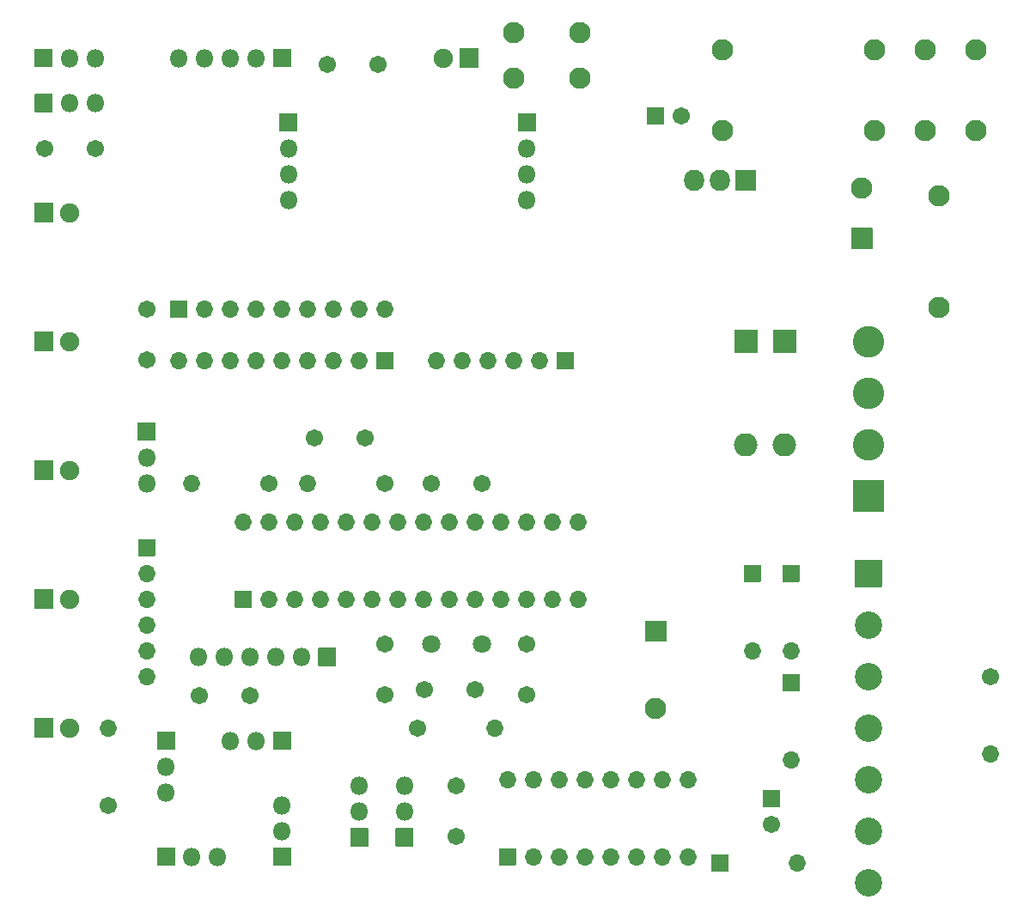
<source format=gbr>
G04 #@! TF.GenerationSoftware,KiCad,Pcbnew,(5.1.9)-1*
G04 #@! TF.CreationDate,2021-03-25T16:08:41-07:00*
G04 #@! TF.ProjectId,DSAMKVIB,4453414d-4b56-4494-922e-6b696361645f,rev?*
G04 #@! TF.SameCoordinates,Original*
G04 #@! TF.FileFunction,Soldermask,Bot*
G04 #@! TF.FilePolarity,Negative*
%FSLAX46Y46*%
G04 Gerber Fmt 4.6, Leading zero omitted, Abs format (unit mm)*
G04 Created by KiCad (PCBNEW (5.1.9)-1) date 2021-03-25 16:08:41*
%MOMM*%
%LPD*%
G01*
G04 APERTURE LIST*
%ADD10C,1.902000*%
%ADD11O,1.802000X1.802000*%
%ADD12O,1.702000X1.702000*%
%ADD13C,1.702000*%
%ADD14C,2.102000*%
%ADD15C,2.702000*%
%ADD16C,1.802000*%
%ADD17O,2.302000X2.302000*%
%ADD18O,2.007000X2.102000*%
%ADD19C,3.102000*%
G04 APERTURE END LIST*
D10*
X102870000Y-84455000D03*
G36*
G01*
X99379000Y-85355000D02*
X99379000Y-83555000D01*
G75*
G02*
X99430000Y-83504000I51000J0D01*
G01*
X101230000Y-83504000D01*
G75*
G02*
X101281000Y-83555000I0J-51000D01*
G01*
X101281000Y-85355000D01*
G75*
G02*
X101230000Y-85406000I-51000J0D01*
G01*
X99430000Y-85406000D01*
G75*
G02*
X99379000Y-85355000I0J51000D01*
G01*
G37*
G36*
G01*
X109589000Y-94195000D02*
X109589000Y-92495000D01*
G75*
G02*
X109640000Y-92444000I51000J0D01*
G01*
X111340000Y-92444000D01*
G75*
G02*
X111391000Y-92495000I0J-51000D01*
G01*
X111391000Y-94195000D01*
G75*
G02*
X111340000Y-94246000I-51000J0D01*
G01*
X109640000Y-94246000D01*
G75*
G02*
X109589000Y-94195000I0J51000D01*
G01*
G37*
D11*
X110490000Y-95885000D03*
X110490000Y-98425000D03*
D12*
X144780000Y-122555000D03*
D13*
X137160000Y-122555000D03*
D11*
X147955000Y-70485000D03*
X147955000Y-67945000D03*
X147955000Y-65405000D03*
G36*
G01*
X147054000Y-63715000D02*
X147054000Y-62015000D01*
G75*
G02*
X147105000Y-61964000I51000J0D01*
G01*
X148805000Y-61964000D01*
G75*
G02*
X148856000Y-62015000I0J-51000D01*
G01*
X148856000Y-63715000D01*
G75*
G02*
X148805000Y-63766000I-51000J0D01*
G01*
X147105000Y-63766000D01*
G75*
G02*
X147054000Y-63715000I0J51000D01*
G01*
G37*
X124460000Y-70485000D03*
X124460000Y-67945000D03*
X124460000Y-65405000D03*
G36*
G01*
X123559000Y-63715000D02*
X123559000Y-62015000D01*
G75*
G02*
X123610000Y-61964000I51000J0D01*
G01*
X125310000Y-61964000D01*
G75*
G02*
X125361000Y-62015000I0J-51000D01*
G01*
X125361000Y-63715000D01*
G75*
G02*
X125310000Y-63766000I-51000J0D01*
G01*
X123610000Y-63766000D01*
G75*
G02*
X123559000Y-63715000I0J51000D01*
G01*
G37*
G36*
G01*
X109690000Y-103924000D02*
X111290000Y-103924000D01*
G75*
G02*
X111341000Y-103975000I0J-51000D01*
G01*
X111341000Y-105575000D01*
G75*
G02*
X111290000Y-105626000I-51000J0D01*
G01*
X109690000Y-105626000D01*
G75*
G02*
X109639000Y-105575000I0J51000D01*
G01*
X109639000Y-103975000D01*
G75*
G02*
X109690000Y-103924000I51000J0D01*
G01*
G37*
D12*
X110490000Y-107315000D03*
X110490000Y-109855000D03*
X110490000Y-112395000D03*
X110490000Y-114935000D03*
X110490000Y-117475000D03*
X193675000Y-125095000D03*
D13*
X193675000Y-117475000D03*
D12*
X113665000Y-86360000D03*
X116205000Y-86360000D03*
X118745000Y-86360000D03*
X121285000Y-86360000D03*
X123825000Y-86360000D03*
X126365000Y-86360000D03*
X128905000Y-86360000D03*
X131445000Y-86360000D03*
G36*
G01*
X134836000Y-85560000D02*
X134836000Y-87160000D01*
G75*
G02*
X134785000Y-87211000I-51000J0D01*
G01*
X133185000Y-87211000D01*
G75*
G02*
X133134000Y-87160000I0J51000D01*
G01*
X133134000Y-85560000D01*
G75*
G02*
X133185000Y-85509000I51000J0D01*
G01*
X134785000Y-85509000D01*
G75*
G02*
X134836000Y-85560000I0J-51000D01*
G01*
G37*
D13*
X132000000Y-93980000D03*
X127000000Y-93980000D03*
D14*
X160655000Y-120630000D03*
G36*
G01*
X159655000Y-111979000D02*
X161655000Y-111979000D01*
G75*
G02*
X161706000Y-112030000I0J-51000D01*
G01*
X161706000Y-114030000D01*
G75*
G02*
X161655000Y-114081000I-51000J0D01*
G01*
X159655000Y-114081000D01*
G75*
G02*
X159604000Y-114030000I0J51000D01*
G01*
X159604000Y-112030000D01*
G75*
G02*
X159655000Y-111979000I51000J0D01*
G01*
G37*
G36*
G01*
X120815000Y-110706000D02*
X119215000Y-110706000D01*
G75*
G02*
X119164000Y-110655000I0J51000D01*
G01*
X119164000Y-109055000D01*
G75*
G02*
X119215000Y-109004000I51000J0D01*
G01*
X120815000Y-109004000D01*
G75*
G02*
X120866000Y-109055000I0J-51000D01*
G01*
X120866000Y-110655000D01*
G75*
G02*
X120815000Y-110706000I-51000J0D01*
G01*
G37*
D12*
X153035000Y-102235000D03*
X122555000Y-109855000D03*
X150495000Y-102235000D03*
X125095000Y-109855000D03*
X147955000Y-102235000D03*
X127635000Y-109855000D03*
X145415000Y-102235000D03*
X130175000Y-109855000D03*
X142875000Y-102235000D03*
X132715000Y-109855000D03*
X140335000Y-102235000D03*
X135255000Y-109855000D03*
X137795000Y-102235000D03*
X137795000Y-109855000D03*
X135255000Y-102235000D03*
X140335000Y-109855000D03*
X132715000Y-102235000D03*
X142875000Y-109855000D03*
X130175000Y-102235000D03*
X145415000Y-109855000D03*
X127635000Y-102235000D03*
X147955000Y-109855000D03*
X125095000Y-102235000D03*
X150495000Y-109855000D03*
X122555000Y-102235000D03*
X153035000Y-109855000D03*
X120015000Y-102235000D03*
D15*
X181610000Y-137795000D03*
X181610000Y-132715000D03*
X181610000Y-127635000D03*
X181610000Y-122555000D03*
X181610000Y-117475000D03*
X181610000Y-112395000D03*
G36*
G01*
X180310000Y-105964000D02*
X182910000Y-105964000D01*
G75*
G02*
X182961000Y-106015000I0J-51000D01*
G01*
X182961000Y-108615000D01*
G75*
G02*
X182910000Y-108666000I-51000J0D01*
G01*
X180310000Y-108666000D01*
G75*
G02*
X180259000Y-108615000I0J51000D01*
G01*
X180259000Y-106015000D01*
G75*
G02*
X180310000Y-105964000I51000J0D01*
G01*
G37*
D12*
X126365000Y-98425000D03*
D13*
X133985000Y-98425000D03*
D12*
X139065000Y-86360000D03*
X141605000Y-86360000D03*
X144145000Y-86360000D03*
X146685000Y-86360000D03*
X149225000Y-86360000D03*
G36*
G01*
X152616000Y-85560000D02*
X152616000Y-87160000D01*
G75*
G02*
X152565000Y-87211000I-51000J0D01*
G01*
X150965000Y-87211000D01*
G75*
G02*
X150914000Y-87160000I0J51000D01*
G01*
X150914000Y-85560000D01*
G75*
G02*
X150965000Y-85509000I51000J0D01*
G01*
X152565000Y-85509000D01*
G75*
G02*
X152616000Y-85560000I0J-51000D01*
G01*
G37*
X133985000Y-81280000D03*
X131445000Y-81280000D03*
X128905000Y-81280000D03*
X126365000Y-81280000D03*
X123825000Y-81280000D03*
X121285000Y-81280000D03*
X118745000Y-81280000D03*
X116205000Y-81280000D03*
G36*
G01*
X112814000Y-82080000D02*
X112814000Y-80480000D01*
G75*
G02*
X112865000Y-80429000I51000J0D01*
G01*
X114465000Y-80429000D01*
G75*
G02*
X114516000Y-80480000I0J-51000D01*
G01*
X114516000Y-82080000D01*
G75*
G02*
X114465000Y-82131000I-51000J0D01*
G01*
X112865000Y-82131000D01*
G75*
G02*
X112814000Y-82080000I0J51000D01*
G01*
G37*
X170180000Y-114935000D03*
G36*
G01*
X169380000Y-106464000D02*
X170980000Y-106464000D01*
G75*
G02*
X171031000Y-106515000I0J-51000D01*
G01*
X171031000Y-108115000D01*
G75*
G02*
X170980000Y-108166000I-51000J0D01*
G01*
X169380000Y-108166000D01*
G75*
G02*
X169329000Y-108115000I0J51000D01*
G01*
X169329000Y-106515000D01*
G75*
G02*
X169380000Y-106464000I51000J0D01*
G01*
G37*
X173990000Y-114935000D03*
G36*
G01*
X173190000Y-106464000D02*
X174790000Y-106464000D01*
G75*
G02*
X174841000Y-106515000I0J-51000D01*
G01*
X174841000Y-108115000D01*
G75*
G02*
X174790000Y-108166000I-51000J0D01*
G01*
X173190000Y-108166000D01*
G75*
G02*
X173139000Y-108115000I0J51000D01*
G01*
X173139000Y-106515000D01*
G75*
G02*
X173190000Y-106464000I51000J0D01*
G01*
G37*
D13*
X115650000Y-119380000D03*
X120650000Y-119380000D03*
X133270000Y-57150000D03*
X128270000Y-57150000D03*
D11*
X123825000Y-130175000D03*
X123825000Y-132715000D03*
G36*
G01*
X124726000Y-134405000D02*
X124726000Y-136105000D01*
G75*
G02*
X124675000Y-136156000I-51000J0D01*
G01*
X122975000Y-136156000D01*
G75*
G02*
X122924000Y-136105000I0J51000D01*
G01*
X122924000Y-134405000D01*
G75*
G02*
X122975000Y-134354000I51000J0D01*
G01*
X124675000Y-134354000D01*
G75*
G02*
X124726000Y-134405000I0J-51000D01*
G01*
G37*
X117475000Y-135255000D03*
X114935000Y-135255000D03*
G36*
G01*
X113245000Y-136156000D02*
X111545000Y-136156000D01*
G75*
G02*
X111494000Y-136105000I0J51000D01*
G01*
X111494000Y-134405000D01*
G75*
G02*
X111545000Y-134354000I51000J0D01*
G01*
X113245000Y-134354000D01*
G75*
G02*
X113296000Y-134405000I0J-51000D01*
G01*
X113296000Y-136105000D01*
G75*
G02*
X113245000Y-136156000I-51000J0D01*
G01*
G37*
X112395000Y-128905000D03*
X112395000Y-126365000D03*
G36*
G01*
X111494000Y-124675000D02*
X111494000Y-122975000D01*
G75*
G02*
X111545000Y-122924000I51000J0D01*
G01*
X113245000Y-122924000D01*
G75*
G02*
X113296000Y-122975000I0J-51000D01*
G01*
X113296000Y-124675000D01*
G75*
G02*
X113245000Y-124726000I-51000J0D01*
G01*
X111545000Y-124726000D01*
G75*
G02*
X111494000Y-124675000I0J51000D01*
G01*
G37*
X118745000Y-123825000D03*
X121285000Y-123825000D03*
G36*
G01*
X122975000Y-122924000D02*
X124675000Y-122924000D01*
G75*
G02*
X124726000Y-122975000I0J-51000D01*
G01*
X124726000Y-124675000D01*
G75*
G02*
X124675000Y-124726000I-51000J0D01*
G01*
X122975000Y-124726000D01*
G75*
G02*
X122924000Y-124675000I0J51000D01*
G01*
X122924000Y-122975000D01*
G75*
G02*
X122975000Y-122924000I51000J0D01*
G01*
G37*
X135890000Y-128270000D03*
X135890000Y-130810000D03*
G36*
G01*
X136791000Y-132500000D02*
X136791000Y-134200000D01*
G75*
G02*
X136740000Y-134251000I-51000J0D01*
G01*
X135040000Y-134251000D01*
G75*
G02*
X134989000Y-134200000I0J51000D01*
G01*
X134989000Y-132500000D01*
G75*
G02*
X135040000Y-132449000I51000J0D01*
G01*
X136740000Y-132449000D01*
G75*
G02*
X136791000Y-132500000I0J-51000D01*
G01*
G37*
X131445000Y-128270000D03*
X131445000Y-130810000D03*
G36*
G01*
X132346000Y-132500000D02*
X132346000Y-134200000D01*
G75*
G02*
X132295000Y-134251000I-51000J0D01*
G01*
X130595000Y-134251000D01*
G75*
G02*
X130544000Y-134200000I0J51000D01*
G01*
X130544000Y-132500000D01*
G75*
G02*
X130595000Y-132449000I51000J0D01*
G01*
X132295000Y-132449000D01*
G75*
G02*
X132346000Y-132500000I0J-51000D01*
G01*
G37*
X105410000Y-60960000D03*
X102870000Y-60960000D03*
G36*
G01*
X101180000Y-61861000D02*
X99480000Y-61861000D01*
G75*
G02*
X99429000Y-61810000I0J51000D01*
G01*
X99429000Y-60110000D01*
G75*
G02*
X99480000Y-60059000I51000J0D01*
G01*
X101180000Y-60059000D01*
G75*
G02*
X101231000Y-60110000I0J-51000D01*
G01*
X101231000Y-61810000D01*
G75*
G02*
X101180000Y-61861000I-51000J0D01*
G01*
G37*
X105410000Y-56515000D03*
X102870000Y-56515000D03*
G36*
G01*
X101180000Y-57416000D02*
X99480000Y-57416000D01*
G75*
G02*
X99429000Y-57365000I0J51000D01*
G01*
X99429000Y-55665000D01*
G75*
G02*
X99480000Y-55614000I51000J0D01*
G01*
X101180000Y-55614000D01*
G75*
G02*
X101231000Y-55665000I0J-51000D01*
G01*
X101231000Y-57365000D01*
G75*
G02*
X101180000Y-57416000I-51000J0D01*
G01*
G37*
D16*
X143510000Y-114300000D03*
X138510000Y-114300000D03*
G36*
G01*
X146850000Y-136106000D02*
X145250000Y-136106000D01*
G75*
G02*
X145199000Y-136055000I0J51000D01*
G01*
X145199000Y-134455000D01*
G75*
G02*
X145250000Y-134404000I51000J0D01*
G01*
X146850000Y-134404000D01*
G75*
G02*
X146901000Y-134455000I0J-51000D01*
G01*
X146901000Y-136055000D01*
G75*
G02*
X146850000Y-136106000I-51000J0D01*
G01*
G37*
D12*
X163830000Y-127635000D03*
X148590000Y-135255000D03*
X161290000Y-127635000D03*
X151130000Y-135255000D03*
X158750000Y-127635000D03*
X153670000Y-135255000D03*
X156210000Y-127635000D03*
X156210000Y-135255000D03*
X153670000Y-127635000D03*
X158750000Y-135255000D03*
X151130000Y-127635000D03*
X161290000Y-135255000D03*
X148590000Y-127635000D03*
X163830000Y-135255000D03*
X146050000Y-127635000D03*
G36*
G01*
X171285000Y-128689000D02*
X172885000Y-128689000D01*
G75*
G02*
X172936000Y-128740000I0J-51000D01*
G01*
X172936000Y-130340000D01*
G75*
G02*
X172885000Y-130391000I-51000J0D01*
G01*
X171285000Y-130391000D01*
G75*
G02*
X171234000Y-130340000I0J51000D01*
G01*
X171234000Y-128740000D01*
G75*
G02*
X171285000Y-128689000I51000J0D01*
G01*
G37*
D13*
X172085000Y-132040000D03*
D14*
X153185000Y-53975000D03*
X153185000Y-58475000D03*
X146685000Y-53975000D03*
X146685000Y-58475000D03*
D13*
X147955000Y-119300000D03*
X147955000Y-114300000D03*
X133985000Y-114300000D03*
X133985000Y-119300000D03*
G36*
G01*
X181975000Y-75346000D02*
X179975000Y-75346000D01*
G75*
G02*
X179924000Y-75295000I0J51000D01*
G01*
X179924000Y-73295000D01*
G75*
G02*
X179975000Y-73244000I51000J0D01*
G01*
X181975000Y-73244000D01*
G75*
G02*
X182026000Y-73295000I0J-51000D01*
G01*
X182026000Y-75295000D01*
G75*
G02*
X181975000Y-75346000I-51000J0D01*
G01*
G37*
D14*
X180975000Y-69295000D03*
D13*
X163155000Y-62230000D03*
G36*
G01*
X159804000Y-63030000D02*
X159804000Y-61430000D01*
G75*
G02*
X159855000Y-61379000I51000J0D01*
G01*
X161455000Y-61379000D01*
G75*
G02*
X161506000Y-61430000I0J-51000D01*
G01*
X161506000Y-63030000D01*
G75*
G02*
X161455000Y-63081000I-51000J0D01*
G01*
X159855000Y-63081000D01*
G75*
G02*
X159804000Y-63030000I0J51000D01*
G01*
G37*
X143510000Y-98425000D03*
X138510000Y-98425000D03*
X137875000Y-118745000D03*
X142875000Y-118745000D03*
G36*
G01*
X99379000Y-72655000D02*
X99379000Y-70855000D01*
G75*
G02*
X99430000Y-70804000I51000J0D01*
G01*
X101230000Y-70804000D01*
G75*
G02*
X101281000Y-70855000I0J-51000D01*
G01*
X101281000Y-72655000D01*
G75*
G02*
X101230000Y-72706000I-51000J0D01*
G01*
X99430000Y-72706000D01*
G75*
G02*
X99379000Y-72655000I0J51000D01*
G01*
G37*
D10*
X102870000Y-71755000D03*
X102870000Y-97155000D03*
G36*
G01*
X99379000Y-98055000D02*
X99379000Y-96255000D01*
G75*
G02*
X99430000Y-96204000I51000J0D01*
G01*
X101230000Y-96204000D01*
G75*
G02*
X101281000Y-96255000I0J-51000D01*
G01*
X101281000Y-98055000D01*
G75*
G02*
X101230000Y-98106000I-51000J0D01*
G01*
X99430000Y-98106000D01*
G75*
G02*
X99379000Y-98055000I0J51000D01*
G01*
G37*
G36*
G01*
X99379000Y-110755000D02*
X99379000Y-108955000D01*
G75*
G02*
X99430000Y-108904000I51000J0D01*
G01*
X101230000Y-108904000D01*
G75*
G02*
X101281000Y-108955000I0J-51000D01*
G01*
X101281000Y-110755000D01*
G75*
G02*
X101230000Y-110806000I-51000J0D01*
G01*
X99430000Y-110806000D01*
G75*
G02*
X99379000Y-110755000I0J51000D01*
G01*
G37*
X102870000Y-109855000D03*
G36*
G01*
X99379000Y-123455000D02*
X99379000Y-121655000D01*
G75*
G02*
X99430000Y-121604000I51000J0D01*
G01*
X101230000Y-121604000D01*
G75*
G02*
X101281000Y-121655000I0J-51000D01*
G01*
X101281000Y-123455000D01*
G75*
G02*
X101230000Y-123506000I-51000J0D01*
G01*
X99430000Y-123506000D01*
G75*
G02*
X99379000Y-123455000I0J51000D01*
G01*
G37*
X102870000Y-122555000D03*
G36*
G01*
X168445000Y-83304000D02*
X170645000Y-83304000D01*
G75*
G02*
X170696000Y-83355000I0J-51000D01*
G01*
X170696000Y-85555000D01*
G75*
G02*
X170645000Y-85606000I-51000J0D01*
G01*
X168445000Y-85606000D01*
G75*
G02*
X168394000Y-85555000I0J51000D01*
G01*
X168394000Y-83355000D01*
G75*
G02*
X168445000Y-83304000I51000J0D01*
G01*
G37*
D17*
X169545000Y-94615000D03*
X173355000Y-94615000D03*
G36*
G01*
X172255000Y-83304000D02*
X174455000Y-83304000D01*
G75*
G02*
X174506000Y-83355000I0J-51000D01*
G01*
X174506000Y-85555000D01*
G75*
G02*
X174455000Y-85606000I-51000J0D01*
G01*
X172255000Y-85606000D01*
G75*
G02*
X172204000Y-85555000I0J51000D01*
G01*
X172204000Y-83355000D01*
G75*
G02*
X172255000Y-83304000I51000J0D01*
G01*
G37*
D12*
X174625000Y-135890000D03*
G36*
G01*
X166154000Y-136690000D02*
X166154000Y-135090000D01*
G75*
G02*
X166205000Y-135039000I51000J0D01*
G01*
X167805000Y-135039000D01*
G75*
G02*
X167856000Y-135090000I0J-51000D01*
G01*
X167856000Y-136690000D01*
G75*
G02*
X167805000Y-136741000I-51000J0D01*
G01*
X166205000Y-136741000D01*
G75*
G02*
X166154000Y-136690000I0J51000D01*
G01*
G37*
G36*
G01*
X173190000Y-117259000D02*
X174790000Y-117259000D01*
G75*
G02*
X174841000Y-117310000I0J-51000D01*
G01*
X174841000Y-118910000D01*
G75*
G02*
X174790000Y-118961000I-51000J0D01*
G01*
X173190000Y-118961000D01*
G75*
G02*
X173139000Y-118910000I0J51000D01*
G01*
X173139000Y-117310000D01*
G75*
G02*
X173190000Y-117259000I51000J0D01*
G01*
G37*
X173990000Y-125730000D03*
G36*
G01*
X122975000Y-55614000D02*
X124675000Y-55614000D01*
G75*
G02*
X124726000Y-55665000I0J-51000D01*
G01*
X124726000Y-57365000D01*
G75*
G02*
X124675000Y-57416000I-51000J0D01*
G01*
X122975000Y-57416000D01*
G75*
G02*
X122924000Y-57365000I0J51000D01*
G01*
X122924000Y-55665000D01*
G75*
G02*
X122975000Y-55614000I51000J0D01*
G01*
G37*
D11*
X121285000Y-56515000D03*
X118745000Y-56515000D03*
X116205000Y-56515000D03*
X113665000Y-56515000D03*
D14*
X167205000Y-55690000D03*
X167205000Y-63690000D03*
X182205000Y-55690000D03*
X182205000Y-63690000D03*
X187205000Y-55690000D03*
X187205000Y-63690000D03*
X192205000Y-55690000D03*
X192205000Y-63690000D03*
D13*
X122555000Y-98425000D03*
D12*
X114935000Y-98425000D03*
X106680000Y-122555000D03*
D13*
X106680000Y-130175000D03*
G36*
G01*
X170548500Y-67580000D02*
X170548500Y-69580000D01*
G75*
G02*
X170497500Y-69631000I-51000J0D01*
G01*
X168592500Y-69631000D01*
G75*
G02*
X168541500Y-69580000I0J51000D01*
G01*
X168541500Y-67580000D01*
G75*
G02*
X168592500Y-67529000I51000J0D01*
G01*
X170497500Y-67529000D01*
G75*
G02*
X170548500Y-67580000I0J-51000D01*
G01*
G37*
D18*
X167005000Y-68580000D03*
X164465000Y-68580000D03*
D13*
X110490000Y-81280000D03*
X110490000Y-86280000D03*
X105410000Y-65405000D03*
X100410000Y-65405000D03*
X140970000Y-133270000D03*
X140970000Y-128270000D03*
G36*
G01*
X127420000Y-114669000D02*
X129120000Y-114669000D01*
G75*
G02*
X129171000Y-114720000I0J-51000D01*
G01*
X129171000Y-116420000D01*
G75*
G02*
X129120000Y-116471000I-51000J0D01*
G01*
X127420000Y-116471000D01*
G75*
G02*
X127369000Y-116420000I0J51000D01*
G01*
X127369000Y-114720000D01*
G75*
G02*
X127420000Y-114669000I51000J0D01*
G01*
G37*
D11*
X125730000Y-115570000D03*
X123190000Y-115570000D03*
X120650000Y-115570000D03*
X118110000Y-115570000D03*
X115570000Y-115570000D03*
D19*
X181610000Y-94615000D03*
X181610000Y-89535000D03*
G36*
G01*
X183110000Y-101246000D02*
X180110000Y-101246000D01*
G75*
G02*
X180059000Y-101195000I0J51000D01*
G01*
X180059000Y-98195000D01*
G75*
G02*
X180110000Y-98144000I51000J0D01*
G01*
X183110000Y-98144000D01*
G75*
G02*
X183161000Y-98195000I0J-51000D01*
G01*
X183161000Y-101195000D01*
G75*
G02*
X183110000Y-101246000I-51000J0D01*
G01*
G37*
X181610000Y-84455000D03*
G36*
G01*
X143191000Y-55615000D02*
X143191000Y-57415000D01*
G75*
G02*
X143140000Y-57466000I-51000J0D01*
G01*
X141340000Y-57466000D01*
G75*
G02*
X141289000Y-57415000I0J51000D01*
G01*
X141289000Y-55615000D01*
G75*
G02*
X141340000Y-55564000I51000J0D01*
G01*
X143140000Y-55564000D01*
G75*
G02*
X143191000Y-55615000I0J-51000D01*
G01*
G37*
D10*
X139700000Y-56515000D03*
D14*
X188595000Y-70065000D03*
X188595000Y-81065000D03*
M02*

</source>
